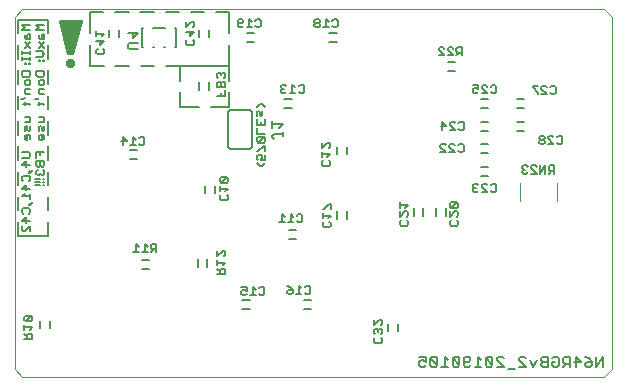
<source format=gbo>
G04 EAGLE Gerber RS-274X export*
G75*
%MOMM*%
%FSLAX34Y34*%
%LPD*%
%INseide unten*%
%IPPOS*%
%AMOC8*
5,1,8,0,0,1.08239X$1,22.5*%
G01*
%ADD10C,0.000000*%
%ADD11C,0.127000*%
%ADD12C,0.152400*%
%ADD13C,0.508000*%
%ADD14C,0.101600*%

G36*
X49572Y272296D02*
X49572Y272296D01*
X49614Y272293D01*
X49692Y272315D01*
X49773Y272329D01*
X49810Y272348D01*
X49851Y272360D01*
X49918Y272405D01*
X49990Y272444D01*
X50019Y272474D01*
X50054Y272498D01*
X50103Y272563D01*
X50160Y272622D01*
X50177Y272660D01*
X50203Y272694D01*
X50259Y272837D01*
X50263Y272845D01*
X50263Y272847D01*
X50264Y272850D01*
X57884Y300790D01*
X57897Y300912D01*
X57910Y301029D01*
X57910Y301032D01*
X57910Y301034D01*
X57883Y301153D01*
X57858Y301270D01*
X57857Y301272D01*
X57856Y301274D01*
X57793Y301378D01*
X57732Y301481D01*
X57730Y301483D01*
X57729Y301485D01*
X57636Y301563D01*
X57545Y301641D01*
X57543Y301642D01*
X57541Y301643D01*
X57431Y301687D01*
X57317Y301733D01*
X57314Y301733D01*
X57312Y301734D01*
X57303Y301734D01*
X57150Y301751D01*
X38100Y301751D01*
X37997Y301734D01*
X37893Y301723D01*
X37876Y301715D01*
X37857Y301712D01*
X37765Y301663D01*
X37670Y301618D01*
X37657Y301605D01*
X37640Y301596D01*
X37568Y301521D01*
X37492Y301449D01*
X37484Y301432D01*
X37471Y301418D01*
X37426Y301323D01*
X37378Y301231D01*
X37375Y301212D01*
X37367Y301195D01*
X37355Y301091D01*
X37339Y300988D01*
X37341Y300965D01*
X37340Y300951D01*
X37347Y300920D01*
X37358Y300821D01*
X43708Y272881D01*
X43730Y272827D01*
X43742Y272770D01*
X43776Y272714D01*
X43800Y272653D01*
X43838Y272609D01*
X43868Y272559D01*
X43918Y272517D01*
X43961Y272467D01*
X44011Y272437D01*
X44055Y272399D01*
X44116Y272375D01*
X44172Y272341D01*
X44229Y272329D01*
X44283Y272307D01*
X44381Y272296D01*
X44413Y272290D01*
X44427Y272291D01*
X44450Y272289D01*
X49530Y272289D01*
X49572Y272296D01*
G37*
D10*
X6350Y0D02*
X499110Y0D01*
X505460Y6350D02*
X505460Y304800D01*
X499110Y311150D02*
X6350Y311150D01*
X0Y304800D02*
X0Y6350D01*
X6350Y0D01*
X0Y304800D02*
X6350Y311150D01*
X499110Y311150D02*
X505460Y304800D01*
X505460Y6350D02*
X499110Y0D01*
D11*
X177933Y237871D02*
X171069Y237871D01*
X177933Y237871D02*
X177933Y242447D01*
X174501Y240159D02*
X174501Y237871D01*
X171069Y245355D02*
X177933Y245355D01*
X177933Y248787D01*
X176789Y249931D01*
X175645Y249931D01*
X174501Y248787D01*
X173357Y249931D01*
X172213Y249931D01*
X171069Y248787D01*
X171069Y245355D01*
X174501Y245355D02*
X174501Y248787D01*
X176789Y252839D02*
X177933Y253983D01*
X177933Y256271D01*
X176789Y257415D01*
X175645Y257415D01*
X174501Y256271D01*
X174501Y255127D01*
X174501Y256271D02*
X173357Y257415D01*
X172213Y257415D01*
X171069Y256271D01*
X171069Y253983D01*
X172213Y252839D01*
X106169Y203079D02*
X105025Y201935D01*
X106169Y203079D02*
X108457Y203079D01*
X109601Y201935D01*
X109601Y197359D01*
X108457Y196215D01*
X106169Y196215D01*
X105025Y197359D01*
X102117Y200791D02*
X99829Y203079D01*
X99829Y196215D01*
X102117Y196215D02*
X97541Y196215D01*
X91201Y196215D02*
X91201Y203079D01*
X94633Y199647D01*
X90057Y199647D01*
D12*
X97199Y277200D02*
X104401Y277200D01*
X97199Y277200D02*
X95758Y278640D01*
X95758Y281521D01*
X97199Y282962D01*
X104401Y282962D01*
X104401Y290877D02*
X95758Y290877D01*
X100080Y286555D02*
X104401Y290877D01*
X100080Y292317D02*
X100080Y286555D01*
D11*
X179329Y154055D02*
X180473Y152911D01*
X180473Y150623D01*
X179329Y149479D01*
X174753Y149479D01*
X173609Y150623D01*
X173609Y152911D01*
X174753Y154055D01*
X178185Y156963D02*
X180473Y159251D01*
X173609Y159251D01*
X173609Y156963D02*
X173609Y161539D01*
X174753Y164447D02*
X179329Y164447D01*
X180473Y165591D01*
X180473Y167879D01*
X179329Y169023D01*
X174753Y169023D01*
X173609Y167879D01*
X173609Y165591D01*
X174753Y164447D01*
X179329Y169023D01*
X238629Y136403D02*
X239773Y137547D01*
X242061Y137547D01*
X243205Y136403D01*
X243205Y131827D01*
X242061Y130683D01*
X239773Y130683D01*
X238629Y131827D01*
X235721Y135259D02*
X233433Y137547D01*
X233433Y130683D01*
X235721Y130683D02*
X231145Y130683D01*
X228237Y135259D02*
X225949Y137547D01*
X225949Y130683D01*
X228237Y130683D02*
X223661Y130683D01*
X266197Y131348D02*
X267341Y130204D01*
X267341Y127917D01*
X266197Y126773D01*
X261621Y126773D01*
X260477Y127917D01*
X260477Y130204D01*
X261621Y131348D01*
X265053Y134257D02*
X267341Y136545D01*
X260477Y136545D01*
X260477Y134257D02*
X260477Y138833D01*
X267341Y141741D02*
X267341Y146317D01*
X266197Y146317D01*
X261621Y141741D01*
X260477Y141741D01*
X266833Y182020D02*
X265689Y183164D01*
X266833Y182020D02*
X266833Y179733D01*
X265689Y178589D01*
X261113Y178589D01*
X259969Y179733D01*
X259969Y182020D01*
X261113Y183164D01*
X264545Y186073D02*
X266833Y188361D01*
X259969Y188361D01*
X259969Y186073D02*
X259969Y190649D01*
X259969Y193557D02*
X259969Y198133D01*
X259969Y193557D02*
X264545Y198133D01*
X265689Y198133D01*
X266833Y196989D01*
X266833Y194701D01*
X265689Y193557D01*
X240153Y246131D02*
X241297Y247275D01*
X243585Y247275D01*
X244729Y246131D01*
X244729Y241555D01*
X243585Y240411D01*
X241297Y240411D01*
X240153Y241555D01*
X237245Y244987D02*
X234957Y247275D01*
X234957Y240411D01*
X237245Y240411D02*
X232669Y240411D01*
X229761Y246131D02*
X228617Y247275D01*
X226329Y247275D01*
X225185Y246131D01*
X225185Y244987D01*
X226329Y243843D01*
X227473Y243843D01*
X226329Y243843D02*
X225185Y242699D01*
X225185Y241555D01*
X226329Y240411D01*
X228617Y240411D01*
X229761Y241555D01*
X203577Y301503D02*
X204721Y302647D01*
X207009Y302647D01*
X208153Y301503D01*
X208153Y296927D01*
X207009Y295783D01*
X204721Y295783D01*
X203577Y296927D01*
X200669Y300359D02*
X198381Y302647D01*
X198381Y295783D01*
X200669Y295783D02*
X196093Y295783D01*
X193185Y296927D02*
X192041Y295783D01*
X189753Y295783D01*
X188609Y296927D01*
X188609Y301503D01*
X189753Y302647D01*
X192041Y302647D01*
X193185Y301503D01*
X193185Y300359D01*
X192041Y299215D01*
X188609Y299215D01*
X268601Y301503D02*
X269745Y302647D01*
X272033Y302647D01*
X273177Y301503D01*
X273177Y296927D01*
X272033Y295783D01*
X269745Y295783D01*
X268601Y296927D01*
X265693Y300359D02*
X263405Y302647D01*
X263405Y295783D01*
X265693Y295783D02*
X261117Y295783D01*
X258209Y301503D02*
X257065Y302647D01*
X254777Y302647D01*
X253633Y301503D01*
X253633Y300359D01*
X254777Y299215D01*
X253633Y298071D01*
X253633Y296927D01*
X254777Y295783D01*
X257065Y295783D01*
X258209Y296927D01*
X258209Y298071D01*
X257065Y299215D01*
X258209Y300359D01*
X258209Y301503D01*
X257065Y299215D02*
X254777Y299215D01*
X75825Y276762D02*
X74681Y277906D01*
X75825Y276762D02*
X75825Y274475D01*
X74681Y273331D01*
X70105Y273331D01*
X68961Y274475D01*
X68961Y276762D01*
X70105Y277906D01*
X68961Y284247D02*
X75825Y284247D01*
X72393Y280815D01*
X72393Y285391D01*
X73537Y288299D02*
X75825Y290587D01*
X68961Y290587D01*
X68961Y288299D02*
X68961Y292875D01*
X150373Y285526D02*
X151517Y284382D01*
X151517Y282095D01*
X150373Y280951D01*
X145797Y280951D01*
X144653Y282095D01*
X144653Y284382D01*
X145797Y285526D01*
X144653Y291867D02*
X151517Y291867D01*
X148085Y288435D01*
X148085Y293011D01*
X144653Y295919D02*
X144653Y300495D01*
X144653Y295919D02*
X149229Y300495D01*
X150373Y300495D01*
X151517Y299351D01*
X151517Y297063D01*
X150373Y295919D01*
X14865Y32031D02*
X8001Y32031D01*
X14865Y32031D02*
X14865Y35462D01*
X13721Y36606D01*
X11433Y36606D01*
X10289Y35462D01*
X10289Y32031D01*
X10289Y34318D02*
X8001Y36606D01*
X12577Y39515D02*
X14865Y41803D01*
X8001Y41803D01*
X8001Y39515D02*
X8001Y44091D01*
X9145Y46999D02*
X13721Y46999D01*
X14865Y48143D01*
X14865Y50431D01*
X13721Y51575D01*
X9145Y51575D01*
X8001Y50431D01*
X8001Y48143D01*
X9145Y46999D01*
X13721Y51575D01*
X119761Y105537D02*
X119761Y112401D01*
X116329Y112401D01*
X115185Y111257D01*
X115185Y108969D01*
X116329Y107825D01*
X119761Y107825D01*
X117473Y107825D02*
X115185Y105537D01*
X112277Y110113D02*
X109989Y112401D01*
X109989Y105537D01*
X112277Y105537D02*
X107701Y105537D01*
X104793Y110113D02*
X102505Y112401D01*
X102505Y105537D01*
X104793Y105537D02*
X100217Y105537D01*
X171323Y86995D02*
X178187Y86995D01*
X178187Y90427D01*
X177043Y91571D01*
X174755Y91571D01*
X173611Y90427D01*
X173611Y86995D01*
X173611Y89283D02*
X171323Y91571D01*
X175899Y94479D02*
X178187Y96767D01*
X171323Y96767D01*
X171323Y94479D02*
X171323Y99055D01*
X171323Y101963D02*
X171323Y106539D01*
X171323Y101963D02*
X175899Y106539D01*
X177043Y106539D01*
X178187Y105395D01*
X178187Y103107D01*
X177043Y101963D01*
X206625Y74935D02*
X207769Y76079D01*
X210057Y76079D01*
X211201Y74935D01*
X211201Y70359D01*
X210057Y69215D01*
X207769Y69215D01*
X206625Y70359D01*
X203717Y73791D02*
X201429Y76079D01*
X201429Y69215D01*
X203717Y69215D02*
X199141Y69215D01*
X196233Y76079D02*
X191657Y76079D01*
X196233Y76079D02*
X196233Y72647D01*
X193945Y73791D01*
X192801Y73791D01*
X191657Y72647D01*
X191657Y70359D01*
X192801Y69215D01*
X195089Y69215D01*
X196233Y70359D01*
X378333Y272161D02*
X378333Y279025D01*
X374901Y279025D01*
X373757Y277881D01*
X373757Y275593D01*
X374901Y274449D01*
X378333Y274449D01*
X376045Y274449D02*
X373757Y272161D01*
X370849Y272161D02*
X366273Y272161D01*
X370849Y272161D02*
X366273Y276737D01*
X366273Y277881D01*
X367417Y279025D01*
X369705Y279025D01*
X370849Y277881D01*
X363365Y272161D02*
X358789Y272161D01*
X363365Y272161D02*
X358789Y276737D01*
X358789Y277881D01*
X359933Y279025D01*
X362221Y279025D01*
X363365Y277881D01*
X456565Y178949D02*
X456565Y172085D01*
X456565Y178949D02*
X453133Y178949D01*
X451989Y177805D01*
X451989Y175517D01*
X453133Y174373D01*
X456565Y174373D01*
X454277Y174373D02*
X451989Y172085D01*
X449081Y172085D02*
X449081Y178949D01*
X444505Y172085D01*
X444505Y178949D01*
X441597Y172085D02*
X437021Y172085D01*
X441597Y172085D02*
X437021Y176661D01*
X437021Y177805D01*
X438165Y178949D01*
X440453Y178949D01*
X441597Y177805D01*
X434113Y177805D02*
X432969Y178949D01*
X430681Y178949D01*
X429537Y177805D01*
X429537Y176661D01*
X430681Y175517D01*
X431825Y175517D01*
X430681Y175517D02*
X429537Y174373D01*
X429537Y173229D01*
X430681Y172085D01*
X432969Y172085D01*
X434113Y173229D01*
X332873Y131474D02*
X331729Y132618D01*
X332873Y131474D02*
X332873Y129187D01*
X331729Y128043D01*
X327153Y128043D01*
X326009Y129187D01*
X326009Y131474D01*
X327153Y132618D01*
X326009Y135527D02*
X326009Y140103D01*
X326009Y135527D02*
X330585Y140103D01*
X331729Y140103D01*
X332873Y138959D01*
X332873Y136671D01*
X331729Y135527D01*
X330585Y143011D02*
X332873Y145299D01*
X326009Y145299D01*
X326009Y143011D02*
X326009Y147587D01*
X373893Y132618D02*
X375037Y131474D01*
X375037Y129187D01*
X373893Y128043D01*
X369317Y128043D01*
X368173Y129187D01*
X368173Y131474D01*
X369317Y132618D01*
X368173Y135527D02*
X368173Y140103D01*
X368173Y135527D02*
X372749Y140103D01*
X373893Y140103D01*
X375037Y138959D01*
X375037Y136671D01*
X373893Y135527D01*
X373893Y143011D02*
X369317Y143011D01*
X373893Y143011D02*
X375037Y144155D01*
X375037Y146443D01*
X373893Y147587D01*
X369317Y147587D01*
X368173Y146443D01*
X368173Y144155D01*
X369317Y143011D01*
X373893Y147587D01*
X402713Y162057D02*
X403857Y163201D01*
X406145Y163201D01*
X407289Y162057D01*
X407289Y157481D01*
X406145Y156337D01*
X403857Y156337D01*
X402713Y157481D01*
X399805Y156337D02*
X395229Y156337D01*
X399805Y156337D02*
X395229Y160913D01*
X395229Y162057D01*
X396373Y163201D01*
X398661Y163201D01*
X399805Y162057D01*
X392321Y162057D02*
X391177Y163201D01*
X388889Y163201D01*
X387745Y162057D01*
X387745Y160913D01*
X388889Y159769D01*
X390033Y159769D01*
X388889Y159769D02*
X387745Y158625D01*
X387745Y157481D01*
X388889Y156337D01*
X391177Y156337D01*
X392321Y157481D01*
X375281Y195839D02*
X376425Y196983D01*
X378713Y196983D01*
X379857Y195839D01*
X379857Y191263D01*
X378713Y190119D01*
X376425Y190119D01*
X375281Y191263D01*
X372373Y190119D02*
X367797Y190119D01*
X372373Y190119D02*
X367797Y194695D01*
X367797Y195839D01*
X368941Y196983D01*
X371229Y196983D01*
X372373Y195839D01*
X364889Y190119D02*
X360313Y190119D01*
X364889Y190119D02*
X360313Y194695D01*
X360313Y195839D01*
X361457Y196983D01*
X363745Y196983D01*
X364889Y195839D01*
X375535Y214635D02*
X376679Y215779D01*
X378967Y215779D01*
X380111Y214635D01*
X380111Y210059D01*
X378967Y208915D01*
X376679Y208915D01*
X375535Y210059D01*
X372627Y208915D02*
X368051Y208915D01*
X372627Y208915D02*
X368051Y213491D01*
X368051Y214635D01*
X369195Y215779D01*
X371483Y215779D01*
X372627Y214635D01*
X361711Y215779D02*
X361711Y208915D01*
X365143Y212347D02*
X361711Y215779D01*
X360567Y212347D02*
X365143Y212347D01*
X402713Y245623D02*
X403857Y246767D01*
X406145Y246767D01*
X407289Y245623D01*
X407289Y241047D01*
X406145Y239903D01*
X403857Y239903D01*
X402713Y241047D01*
X399805Y239903D02*
X395229Y239903D01*
X399805Y239903D02*
X395229Y244479D01*
X395229Y245623D01*
X396373Y246767D01*
X398661Y246767D01*
X399805Y245623D01*
X392321Y246767D02*
X387745Y246767D01*
X392321Y246767D02*
X392321Y243335D01*
X390033Y244479D01*
X388889Y244479D01*
X387745Y243335D01*
X387745Y241047D01*
X388889Y239903D01*
X391177Y239903D01*
X392321Y241047D01*
X453259Y245115D02*
X454403Y246259D01*
X456691Y246259D01*
X457835Y245115D01*
X457835Y240539D01*
X456691Y239395D01*
X454403Y239395D01*
X453259Y240539D01*
X450351Y239395D02*
X445775Y239395D01*
X450351Y239395D02*
X445775Y243971D01*
X445775Y245115D01*
X446919Y246259D01*
X449207Y246259D01*
X450351Y245115D01*
X442867Y246259D02*
X438291Y246259D01*
X438291Y245115D01*
X442867Y240539D01*
X442867Y239395D01*
X459991Y204095D02*
X458847Y202951D01*
X459991Y204095D02*
X462279Y204095D01*
X463423Y202951D01*
X463423Y198375D01*
X462279Y197231D01*
X459991Y197231D01*
X458847Y198375D01*
X455939Y197231D02*
X451363Y197231D01*
X455939Y197231D02*
X451363Y201807D01*
X451363Y202951D01*
X452507Y204095D01*
X454795Y204095D01*
X455939Y202951D01*
X448455Y202951D02*
X447311Y204095D01*
X445023Y204095D01*
X443879Y202951D01*
X443879Y201807D01*
X445023Y200663D01*
X443879Y199519D01*
X443879Y198375D01*
X445023Y197231D01*
X447311Y197231D01*
X448455Y198375D01*
X448455Y199519D01*
X447311Y200663D01*
X448455Y201807D01*
X448455Y202951D01*
X447311Y200663D02*
X445023Y200663D01*
X309631Y33050D02*
X310775Y31906D01*
X310775Y29619D01*
X309631Y28475D01*
X305055Y28475D01*
X303911Y29619D01*
X303911Y31906D01*
X305055Y33050D01*
X309631Y35959D02*
X310775Y37103D01*
X310775Y39391D01*
X309631Y40535D01*
X308487Y40535D01*
X307343Y39391D01*
X307343Y38247D01*
X307343Y39391D02*
X306199Y40535D01*
X305055Y40535D01*
X303911Y39391D01*
X303911Y37103D01*
X305055Y35959D01*
X303911Y43443D02*
X303911Y48019D01*
X303911Y43443D02*
X308487Y48019D01*
X309631Y48019D01*
X310775Y46875D01*
X310775Y44587D01*
X309631Y43443D01*
X246631Y77095D02*
X245487Y75951D01*
X246631Y77095D02*
X248919Y77095D01*
X250063Y75951D01*
X250063Y71375D01*
X248919Y70231D01*
X246631Y70231D01*
X245487Y71375D01*
X242579Y74807D02*
X240291Y77095D01*
X240291Y70231D01*
X242579Y70231D02*
X238003Y70231D01*
X232807Y75951D02*
X230519Y77095D01*
X232807Y75951D02*
X235095Y73663D01*
X235095Y71375D01*
X233951Y70231D01*
X231663Y70231D01*
X230519Y71375D01*
X230519Y72519D01*
X231663Y73663D01*
X235095Y73663D01*
D12*
X497857Y17025D02*
X497857Y8382D01*
X492095Y8382D02*
X497857Y17025D01*
X492095Y17025D02*
X492095Y8382D01*
X485621Y15585D02*
X482740Y17025D01*
X485621Y15585D02*
X488502Y12704D01*
X488502Y9823D01*
X487061Y8382D01*
X484180Y8382D01*
X482740Y9823D01*
X482740Y11263D01*
X484180Y12704D01*
X488502Y12704D01*
X474825Y8382D02*
X474825Y17025D01*
X479147Y12704D01*
X473385Y12704D01*
X469792Y17025D02*
X469792Y8382D01*
X469792Y17025D02*
X465470Y17025D01*
X464029Y15585D01*
X464029Y12704D01*
X465470Y11263D01*
X469792Y11263D01*
X466910Y11263D02*
X464029Y8382D01*
X456115Y17025D02*
X454674Y15585D01*
X456115Y17025D02*
X458996Y17025D01*
X460436Y15585D01*
X460436Y9823D01*
X458996Y8382D01*
X456115Y8382D01*
X454674Y9823D01*
X454674Y12704D01*
X457555Y12704D01*
X451081Y17025D02*
X451081Y8382D01*
X451081Y17025D02*
X446760Y17025D01*
X445319Y15585D01*
X445319Y14144D01*
X446760Y12704D01*
X445319Y11263D01*
X445319Y9823D01*
X446760Y8382D01*
X451081Y8382D01*
X451081Y12704D02*
X446760Y12704D01*
X441726Y14144D02*
X438845Y8382D01*
X435964Y14144D01*
X432371Y8382D02*
X426609Y8382D01*
X432371Y8382D02*
X426609Y14144D01*
X426609Y15585D01*
X428049Y17025D01*
X430930Y17025D01*
X432371Y15585D01*
X423016Y6941D02*
X417253Y6941D01*
X413660Y8382D02*
X407898Y8382D01*
X413660Y8382D02*
X407898Y14144D01*
X407898Y15585D01*
X409339Y17025D01*
X412220Y17025D01*
X413660Y15585D01*
X404305Y15585D02*
X404305Y9823D01*
X404305Y15585D02*
X402865Y17025D01*
X399984Y17025D01*
X398543Y15585D01*
X398543Y9823D01*
X399984Y8382D01*
X402865Y8382D01*
X404305Y9823D01*
X398543Y15585D01*
X394950Y14144D02*
X392069Y17025D01*
X392069Y8382D01*
X394950Y8382D02*
X389188Y8382D01*
X385595Y9823D02*
X384154Y8382D01*
X381273Y8382D01*
X379833Y9823D01*
X379833Y15585D01*
X381273Y17025D01*
X384154Y17025D01*
X385595Y15585D01*
X385595Y14144D01*
X384154Y12704D01*
X379833Y12704D01*
X376240Y9823D02*
X376240Y15585D01*
X374799Y17025D01*
X371918Y17025D01*
X370477Y15585D01*
X370477Y9823D01*
X371918Y8382D01*
X374799Y8382D01*
X376240Y9823D01*
X370477Y15585D01*
X366885Y14144D02*
X364003Y17025D01*
X364003Y8382D01*
X361122Y8382D02*
X366885Y8382D01*
X357529Y9823D02*
X357529Y15585D01*
X356089Y17025D01*
X353208Y17025D01*
X351767Y15585D01*
X351767Y9823D01*
X353208Y8382D01*
X356089Y8382D01*
X357529Y9823D01*
X351767Y15585D01*
X348174Y17025D02*
X342412Y17025D01*
X348174Y17025D02*
X348174Y12704D01*
X345293Y14144D01*
X343852Y14144D01*
X342412Y12704D01*
X342412Y9823D01*
X343852Y8382D01*
X346734Y8382D01*
X348174Y9823D01*
X219373Y201422D02*
X217932Y202863D01*
X217932Y204303D01*
X219373Y205744D01*
X226575Y205744D01*
X226575Y207184D02*
X226575Y204303D01*
X223694Y210777D02*
X226575Y213658D01*
X217932Y213658D01*
X217932Y210777D02*
X217932Y216539D01*
D11*
X204851Y180703D02*
X207139Y178415D01*
X209427Y178415D01*
X211715Y180703D01*
X211715Y183405D02*
X211715Y187981D01*
X211715Y183405D02*
X208283Y183405D01*
X209427Y185693D01*
X209427Y186837D01*
X208283Y187981D01*
X205995Y187981D01*
X204851Y186837D01*
X204851Y184549D01*
X205995Y183405D01*
X211715Y190889D02*
X211715Y195465D01*
X210571Y195465D01*
X205995Y190889D01*
X204851Y190889D01*
X205995Y198373D02*
X210571Y198373D01*
X211715Y199517D01*
X211715Y201805D01*
X210571Y202949D01*
X205995Y202949D01*
X204851Y201805D01*
X204851Y199517D01*
X205995Y198373D01*
X210571Y202949D01*
X211715Y205857D02*
X204851Y205857D01*
X204851Y210433D01*
X211715Y213341D02*
X211715Y217917D01*
X211715Y213341D02*
X204851Y213341D01*
X204851Y217917D01*
X208283Y215629D02*
X208283Y213341D01*
X204851Y220825D02*
X204851Y224257D01*
X205995Y225401D01*
X207139Y224257D01*
X207139Y221969D01*
X208283Y220825D01*
X209427Y221969D01*
X209427Y225401D01*
X204851Y228310D02*
X207139Y230598D01*
X209427Y230598D01*
X211715Y228310D01*
X12827Y258699D02*
X5963Y258699D01*
X12827Y258699D02*
X12827Y255267D01*
X11683Y254123D01*
X7107Y254123D01*
X5963Y255267D01*
X5963Y258699D01*
X12827Y250071D02*
X12827Y247783D01*
X11683Y246639D01*
X9395Y246639D01*
X8251Y247783D01*
X8251Y250071D01*
X9395Y251215D01*
X11683Y251215D01*
X12827Y250071D01*
X12827Y243731D02*
X8251Y243731D01*
X8251Y240299D01*
X9395Y239155D01*
X12827Y239155D01*
X7107Y235103D02*
X4819Y235103D01*
X7107Y235103D02*
X8251Y236247D01*
X7107Y231361D02*
X11683Y231361D01*
X12827Y230217D01*
X8251Y230217D02*
X8251Y232504D01*
X8251Y220031D02*
X11683Y220031D01*
X12827Y218887D01*
X12827Y215455D01*
X8251Y215455D01*
X12827Y212547D02*
X12827Y209115D01*
X11683Y207971D01*
X10539Y209115D01*
X10539Y211403D01*
X9395Y212547D01*
X8251Y211403D01*
X8251Y207971D01*
X12827Y203919D02*
X12827Y201631D01*
X12827Y203919D02*
X11683Y205063D01*
X9395Y205063D01*
X8251Y203919D01*
X8251Y201631D01*
X9395Y200487D01*
X10539Y200487D01*
X10539Y205063D01*
X11683Y190094D02*
X5963Y190094D01*
X11683Y190094D02*
X12827Y188950D01*
X12827Y186662D01*
X11683Y185518D01*
X5963Y185518D01*
X5963Y179178D02*
X12827Y179178D01*
X9395Y182610D02*
X5963Y179178D01*
X9395Y178034D02*
X9395Y182610D01*
X15115Y175126D02*
X12827Y172838D01*
X11683Y172838D01*
X11683Y173982D01*
X12827Y173982D01*
X12827Y172838D01*
X5963Y166705D02*
X7107Y165561D01*
X5963Y166705D02*
X5963Y168993D01*
X7107Y170137D01*
X11683Y170137D01*
X12827Y168993D01*
X12827Y166705D01*
X11683Y165561D01*
X12827Y159220D02*
X5963Y159220D01*
X9395Y162652D01*
X9395Y158076D01*
X8251Y155168D02*
X5963Y152880D01*
X12827Y152880D01*
X12827Y155168D02*
X12827Y150592D01*
X15115Y147684D02*
X12827Y145396D01*
X11683Y145396D01*
X11683Y146540D01*
X12827Y146540D01*
X12827Y145396D01*
X5963Y139263D02*
X7107Y138119D01*
X5963Y139263D02*
X5963Y141551D01*
X7107Y142695D01*
X11683Y142695D01*
X12827Y141551D01*
X12827Y139263D01*
X11683Y138119D01*
X12827Y131779D02*
X5963Y131779D01*
X9395Y135210D01*
X9395Y130635D01*
X12827Y127726D02*
X12827Y123150D01*
X12827Y127726D02*
X8251Y123150D01*
X7107Y123150D01*
X5963Y124294D01*
X5963Y126582D01*
X7107Y127726D01*
X18155Y258699D02*
X25019Y258699D01*
X25019Y255267D01*
X23875Y254123D01*
X19299Y254123D01*
X18155Y255267D01*
X18155Y258699D01*
X25019Y250071D02*
X25019Y247783D01*
X23875Y246639D01*
X21587Y246639D01*
X20443Y247783D01*
X20443Y250071D01*
X21587Y251215D01*
X23875Y251215D01*
X25019Y250071D01*
X25019Y243731D02*
X20443Y243731D01*
X20443Y240299D01*
X21587Y239155D01*
X25019Y239155D01*
X19299Y235103D02*
X17011Y235103D01*
X19299Y235103D02*
X20443Y236247D01*
X19299Y231361D02*
X23875Y231361D01*
X25019Y230217D01*
X20443Y230217D02*
X20443Y232504D01*
X20443Y220031D02*
X23875Y220031D01*
X25019Y218887D01*
X25019Y215455D01*
X20443Y215455D01*
X25019Y212547D02*
X25019Y209115D01*
X23875Y207971D01*
X22731Y209115D01*
X22731Y211403D01*
X21587Y212547D01*
X20443Y211403D01*
X20443Y207971D01*
X25019Y203919D02*
X25019Y201631D01*
X25019Y203919D02*
X23875Y205063D01*
X21587Y205063D01*
X20443Y203919D01*
X20443Y201631D01*
X21587Y200487D01*
X22731Y200487D01*
X22731Y205063D01*
X25019Y190094D02*
X18155Y190094D01*
X18155Y185518D01*
X21587Y187806D02*
X21587Y190094D01*
X25019Y182610D02*
X18155Y182610D01*
X18155Y179178D01*
X19299Y178034D01*
X20443Y178034D01*
X21587Y179178D01*
X22731Y178034D01*
X23875Y178034D01*
X25019Y179178D01*
X25019Y182610D01*
X21587Y182610D02*
X21587Y179178D01*
X19299Y175126D02*
X18155Y173982D01*
X18155Y171694D01*
X19299Y170550D01*
X20443Y170550D01*
X21587Y171694D01*
X21587Y172838D01*
X21587Y171694D02*
X22731Y170550D01*
X23875Y170550D01*
X25019Y171694D01*
X25019Y173982D01*
X23875Y175126D01*
X23875Y167642D02*
X25019Y167642D01*
X21587Y167642D02*
X17011Y167642D01*
X23875Y165147D02*
X25019Y165147D01*
X21587Y165147D02*
X17011Y165147D01*
X23875Y162652D02*
X25019Y162652D01*
X21587Y162652D02*
X17011Y162652D01*
X12827Y298069D02*
X5963Y298069D01*
X8251Y295781D01*
X5963Y293493D01*
X12827Y293493D01*
X8251Y289441D02*
X8251Y287153D01*
X9395Y286009D01*
X12827Y286009D01*
X12827Y289441D01*
X11683Y290585D01*
X10539Y289441D01*
X10539Y286009D01*
X8251Y283101D02*
X12827Y278525D01*
X12827Y283101D02*
X8251Y278525D01*
X12827Y275617D02*
X12827Y273329D01*
X12827Y274473D02*
X5963Y274473D01*
X5963Y275617D02*
X5963Y273329D01*
X12827Y270627D02*
X12827Y268339D01*
X12827Y269483D02*
X5963Y269483D01*
X5963Y270627D02*
X5963Y268339D01*
X8251Y265638D02*
X8251Y264494D01*
X9395Y264494D01*
X9395Y265638D01*
X8251Y265638D01*
X11683Y265638D02*
X11683Y264494D01*
X12827Y264494D01*
X12827Y265638D01*
X11683Y265638D01*
X18155Y298069D02*
X25019Y298069D01*
X20443Y295781D02*
X18155Y298069D01*
X20443Y295781D02*
X18155Y293493D01*
X25019Y293493D01*
X20443Y289441D02*
X20443Y287153D01*
X21587Y286009D01*
X25019Y286009D01*
X25019Y289441D01*
X23875Y290585D01*
X22731Y289441D01*
X22731Y286009D01*
X20443Y283101D02*
X25019Y278525D01*
X25019Y283101D02*
X20443Y278525D01*
X18155Y275617D02*
X22731Y275617D01*
X25019Y273329D01*
X22731Y271041D01*
X18155Y271041D01*
X20443Y268132D02*
X20443Y266988D01*
X21587Y266988D01*
X21587Y268132D01*
X20443Y268132D01*
X23875Y268132D02*
X23875Y266988D01*
X25019Y266988D01*
X25019Y268132D01*
X23875Y268132D01*
D12*
X27940Y302260D02*
X3810Y302260D01*
X27940Y302260D02*
X27940Y290829D01*
X27940Y280829D02*
X27940Y269398D01*
X27940Y259398D02*
X27940Y247967D01*
X27940Y237967D02*
X27940Y226536D01*
X27940Y216536D02*
X27940Y205104D01*
X27940Y195104D02*
X27940Y183673D01*
X27940Y173673D02*
X27940Y162242D01*
X27940Y152242D02*
X27940Y140811D01*
X27940Y130811D02*
X27940Y119380D01*
X2540Y119380D01*
X2540Y130811D01*
X2540Y140811D02*
X2540Y152242D01*
X2540Y162242D02*
X2540Y173673D01*
X2540Y183673D02*
X2540Y195104D01*
X2540Y205104D02*
X2540Y216536D01*
X2540Y226536D02*
X2540Y237967D01*
X2540Y247967D02*
X2540Y259398D01*
X2540Y269398D02*
X2540Y280829D01*
X2540Y290829D02*
X2540Y302260D01*
X3810Y302260D01*
X63500Y308610D02*
X63500Y290750D01*
X63500Y280750D02*
X63500Y262890D01*
X75050Y262890D01*
X85050Y262890D02*
X96600Y262890D01*
X106600Y262890D02*
X118150Y262890D01*
X128150Y262890D02*
X139700Y262890D01*
X139700Y250745D01*
X139700Y240745D02*
X139700Y228600D01*
X155655Y228600D01*
X165655Y228600D02*
X181610Y228600D01*
X181610Y240745D01*
X181610Y250745D02*
X181610Y262890D01*
X181610Y280750D01*
X181610Y290750D02*
X181610Y308610D01*
X170258Y308610D01*
X160258Y308610D02*
X148907Y308610D01*
X138907Y308610D02*
X127555Y308610D01*
X117555Y308610D02*
X106203Y308610D01*
X96203Y308610D02*
X84852Y308610D01*
X74852Y308610D02*
X63500Y308610D01*
X139700Y262890D02*
X181610Y262890D01*
D13*
X45466Y265430D02*
X45468Y265508D01*
X45474Y265585D01*
X45484Y265663D01*
X45498Y265739D01*
X45515Y265815D01*
X45537Y265890D01*
X45562Y265963D01*
X45591Y266036D01*
X45624Y266106D01*
X45661Y266175D01*
X45700Y266242D01*
X45743Y266307D01*
X45790Y266369D01*
X45839Y266429D01*
X45892Y266487D01*
X45947Y266541D01*
X46005Y266593D01*
X46066Y266642D01*
X46129Y266688D01*
X46195Y266730D01*
X46262Y266769D01*
X46331Y266804D01*
X46402Y266836D01*
X46475Y266864D01*
X46549Y266889D01*
X46624Y266909D01*
X46700Y266926D01*
X46777Y266939D01*
X46854Y266948D01*
X46932Y266953D01*
X47009Y266954D01*
X47087Y266951D01*
X47165Y266944D01*
X47242Y266933D01*
X47318Y266918D01*
X47394Y266900D01*
X47468Y266877D01*
X47542Y266851D01*
X47613Y266821D01*
X47684Y266787D01*
X47752Y266750D01*
X47818Y266709D01*
X47883Y266665D01*
X47945Y266618D01*
X48004Y266568D01*
X48061Y266514D01*
X48115Y266458D01*
X48166Y266400D01*
X48214Y266338D01*
X48259Y266275D01*
X48300Y266209D01*
X48338Y266141D01*
X48373Y266071D01*
X48404Y266000D01*
X48431Y265927D01*
X48454Y265853D01*
X48474Y265777D01*
X48490Y265701D01*
X48502Y265624D01*
X48510Y265547D01*
X48514Y265469D01*
X48514Y265391D01*
X48510Y265313D01*
X48502Y265236D01*
X48490Y265159D01*
X48474Y265083D01*
X48454Y265007D01*
X48431Y264933D01*
X48404Y264860D01*
X48373Y264789D01*
X48338Y264719D01*
X48300Y264651D01*
X48259Y264585D01*
X48214Y264522D01*
X48166Y264460D01*
X48115Y264402D01*
X48061Y264346D01*
X48004Y264292D01*
X47945Y264242D01*
X47883Y264195D01*
X47818Y264151D01*
X47752Y264110D01*
X47684Y264073D01*
X47613Y264039D01*
X47542Y264009D01*
X47468Y263983D01*
X47394Y263960D01*
X47318Y263942D01*
X47242Y263927D01*
X47165Y263916D01*
X47087Y263909D01*
X47009Y263906D01*
X46932Y263907D01*
X46854Y263912D01*
X46777Y263921D01*
X46700Y263934D01*
X46624Y263951D01*
X46549Y263971D01*
X46475Y263996D01*
X46402Y264024D01*
X46331Y264056D01*
X46262Y264091D01*
X46195Y264130D01*
X46129Y264172D01*
X46066Y264218D01*
X46005Y264267D01*
X45947Y264319D01*
X45892Y264373D01*
X45839Y264431D01*
X45790Y264491D01*
X45743Y264553D01*
X45700Y264618D01*
X45661Y264685D01*
X45624Y264754D01*
X45591Y264824D01*
X45562Y264897D01*
X45537Y264970D01*
X45515Y265045D01*
X45498Y265121D01*
X45484Y265197D01*
X45474Y265275D01*
X45468Y265352D01*
X45466Y265430D01*
D12*
X161131Y161925D02*
X161131Y155575D01*
X169069Y155575D02*
X169069Y161925D01*
X231775Y116681D02*
X238125Y116681D01*
X238125Y124619D02*
X231775Y124619D01*
X280829Y188595D02*
X280829Y194945D01*
X272891Y194945D02*
X272891Y188595D01*
X234315Y227171D02*
X227965Y227171D01*
X227965Y235109D02*
X234315Y235109D01*
X103505Y191929D02*
X97155Y191929D01*
X97155Y183991D02*
X103505Y183991D01*
X192405Y56991D02*
X198755Y56991D01*
X198755Y64929D02*
X192405Y64929D01*
X244475Y64929D02*
X250825Y64929D01*
X250825Y56991D02*
X244475Y56991D01*
X272891Y133985D02*
X272891Y140335D01*
X280829Y140335D02*
X280829Y133985D01*
X272415Y283051D02*
X266065Y283051D01*
X266065Y290989D02*
X272415Y290989D01*
X202565Y283051D02*
X196215Y283051D01*
X196215Y290989D02*
X202565Y290989D01*
X356711Y142875D02*
X356711Y136525D01*
X364649Y136525D02*
X364649Y142875D01*
X337661Y142875D02*
X337661Y136525D01*
X345599Y136525D02*
X345599Y142875D01*
X394335Y197009D02*
X400685Y197009D01*
X400685Y189071D02*
X394335Y189071D01*
X394335Y177959D02*
X400685Y177959D01*
X400685Y170021D02*
X394335Y170021D01*
X394335Y216059D02*
X400685Y216059D01*
X400685Y208121D02*
X394335Y208121D01*
X394335Y235109D02*
X400685Y235109D01*
X400685Y227171D02*
X394335Y227171D01*
X424815Y227171D02*
X431165Y227171D01*
X431165Y235109D02*
X424815Y235109D01*
X424815Y208121D02*
X431165Y208121D01*
X431165Y216059D02*
X424815Y216059D01*
X316071Y45085D02*
X316071Y38735D01*
X324009Y38735D02*
X324009Y45085D01*
X87789Y287655D02*
X87789Y294005D01*
X79851Y294005D02*
X79851Y287655D01*
X163989Y287655D02*
X163989Y294005D01*
X156051Y294005D02*
X156051Y287655D01*
X21431Y47625D02*
X21431Y41275D01*
X29369Y41275D02*
X29369Y47625D01*
X107315Y99219D02*
X113665Y99219D01*
X113665Y91281D02*
X107315Y91281D01*
X162719Y93345D02*
X162719Y99695D01*
X154781Y99695D02*
X154781Y93345D01*
X366395Y266859D02*
X372745Y266859D01*
X372745Y258921D02*
X366395Y258921D01*
D14*
X458730Y163710D02*
X458730Y148710D01*
X427730Y148710D02*
X427730Y163710D01*
D12*
X107700Y278920D02*
X107700Y295120D01*
X136140Y295120D02*
X136140Y278920D01*
X127140Y295120D02*
X116700Y295120D01*
X126200Y278920D02*
X127140Y278920D01*
X117640Y278920D02*
X116700Y278920D01*
X135200Y278920D02*
X136140Y278920D01*
X108640Y278920D02*
X107700Y278920D01*
X107700Y295120D02*
X108640Y295120D01*
X135200Y295120D02*
X136140Y295120D01*
X163989Y249555D02*
X163989Y243205D01*
X156051Y243205D02*
X156051Y249555D01*
X200660Y223520D02*
X200660Y195580D01*
X182880Y193040D02*
X182780Y193042D01*
X182681Y193048D01*
X182581Y193058D01*
X182483Y193071D01*
X182384Y193089D01*
X182287Y193110D01*
X182191Y193135D01*
X182095Y193164D01*
X182001Y193197D01*
X181908Y193233D01*
X181817Y193273D01*
X181727Y193317D01*
X181639Y193364D01*
X181553Y193414D01*
X181469Y193468D01*
X181387Y193525D01*
X181308Y193585D01*
X181230Y193649D01*
X181156Y193715D01*
X181084Y193784D01*
X181015Y193856D01*
X180949Y193930D01*
X180885Y194008D01*
X180825Y194087D01*
X180768Y194169D01*
X180714Y194253D01*
X180664Y194339D01*
X180617Y194427D01*
X180573Y194517D01*
X180533Y194608D01*
X180497Y194701D01*
X180464Y194795D01*
X180435Y194891D01*
X180410Y194987D01*
X180389Y195084D01*
X180371Y195183D01*
X180358Y195281D01*
X180348Y195381D01*
X180342Y195480D01*
X180340Y195580D01*
X180340Y223520D02*
X180342Y223620D01*
X180348Y223719D01*
X180358Y223819D01*
X180371Y223917D01*
X180389Y224016D01*
X180410Y224113D01*
X180435Y224209D01*
X180464Y224305D01*
X180497Y224399D01*
X180533Y224492D01*
X180573Y224583D01*
X180617Y224673D01*
X180664Y224761D01*
X180714Y224847D01*
X180768Y224931D01*
X180825Y225013D01*
X180885Y225092D01*
X180949Y225170D01*
X181015Y225244D01*
X181084Y225316D01*
X181156Y225385D01*
X181230Y225451D01*
X181308Y225515D01*
X181387Y225575D01*
X181469Y225632D01*
X181553Y225686D01*
X181639Y225736D01*
X181727Y225783D01*
X181817Y225827D01*
X181908Y225867D01*
X182001Y225903D01*
X182095Y225936D01*
X182191Y225965D01*
X182287Y225990D01*
X182384Y226011D01*
X182483Y226029D01*
X182581Y226042D01*
X182681Y226052D01*
X182780Y226058D01*
X182880Y226060D01*
X198120Y226060D02*
X198220Y226058D01*
X198319Y226052D01*
X198419Y226042D01*
X198517Y226029D01*
X198616Y226011D01*
X198713Y225990D01*
X198809Y225965D01*
X198905Y225936D01*
X198999Y225903D01*
X199092Y225867D01*
X199183Y225827D01*
X199273Y225783D01*
X199361Y225736D01*
X199447Y225686D01*
X199531Y225632D01*
X199613Y225575D01*
X199692Y225515D01*
X199770Y225451D01*
X199844Y225385D01*
X199916Y225316D01*
X199985Y225244D01*
X200051Y225170D01*
X200115Y225092D01*
X200175Y225013D01*
X200232Y224931D01*
X200286Y224847D01*
X200336Y224761D01*
X200383Y224673D01*
X200427Y224583D01*
X200467Y224492D01*
X200503Y224399D01*
X200536Y224305D01*
X200565Y224209D01*
X200590Y224113D01*
X200611Y224016D01*
X200629Y223917D01*
X200642Y223819D01*
X200652Y223719D01*
X200658Y223620D01*
X200660Y223520D01*
X200660Y195580D02*
X200658Y195480D01*
X200652Y195381D01*
X200642Y195281D01*
X200629Y195183D01*
X200611Y195084D01*
X200590Y194987D01*
X200565Y194891D01*
X200536Y194795D01*
X200503Y194701D01*
X200467Y194608D01*
X200427Y194517D01*
X200383Y194427D01*
X200336Y194339D01*
X200286Y194253D01*
X200232Y194169D01*
X200175Y194087D01*
X200115Y194008D01*
X200051Y193930D01*
X199985Y193856D01*
X199916Y193784D01*
X199844Y193715D01*
X199770Y193649D01*
X199692Y193585D01*
X199613Y193525D01*
X199531Y193468D01*
X199447Y193414D01*
X199361Y193364D01*
X199273Y193317D01*
X199183Y193273D01*
X199092Y193233D01*
X198999Y193197D01*
X198905Y193164D01*
X198809Y193135D01*
X198713Y193110D01*
X198616Y193089D01*
X198517Y193071D01*
X198419Y193058D01*
X198319Y193048D01*
X198220Y193042D01*
X198120Y193040D01*
X182880Y193040D01*
X182880Y226060D02*
X198120Y226060D01*
X180340Y223520D02*
X180340Y195580D01*
M02*

</source>
